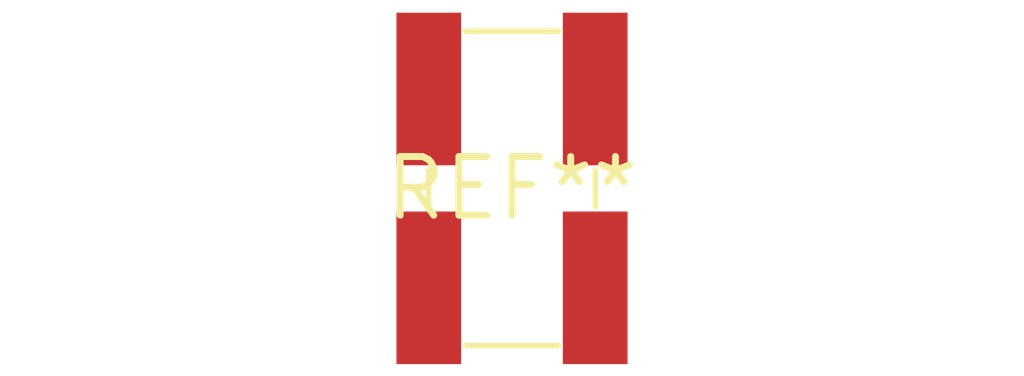
<source format=kicad_pcb>
(kicad_pcb (version 20240108) (generator pcbnew)
  (layers (0 "F.Cu" signal) (31 "B.Cu" signal) (34 "B.Paste" user) (35 "F.Paste" user) (36 "B.SilkS" user "B.Silkscreen") (37 "F.SilkS" user "F.Silkscreen") (38 "B.Mask" user) (39 "F.Mask" user) (44 "Edge.Cuts" user))
  (net 0 "")
  (footprint "R_Shunt_Ohmite_LVK25" (layer "F.Cu") (at 0 0)
    (property "Reference" "REF**")
    (property "Value" "R_Shunt_Ohmite_LVK25")
    (fp_line (start -1.8 0.4) (end -1.8 -0.4) (layer "F.SilkS") (stroke (width 0.12)))
    (fp_line (start 1 -3.4) (end -1 -3.4) (layer "F.SilkS") (stroke (width 0.12)))
    (fp_line (start 1 3.4) (end -1 3.4) (layer "F.SilkS") (stroke (width 0.12)))
    (fp_line (start 1.8 -0.4) (end 1.8 0.4) (layer "F.SilkS") (stroke (width 0.12)))
    (pad "1" smd rect (at -1.8 -2.15) (size 1.4 3.3) (layers "F.Cu" "F.Paste" "F.Mask"))
    (pad "2" smd rect (at -1.8 2.15) (size 1.4 3.3) (layers "F.Cu" "F.Paste" "F.Mask"))
    (pad "3" smd rect (at 1.8 -2.15) (size 1.4 3.3) (layers "F.Cu" "F.Paste" "F.Mask"))
    (pad "4" smd rect (at 1.8 2.15) (size 1.4 3.3) (layers "F.Cu" "F.Paste" "F.Mask"))
  )
)
</source>
